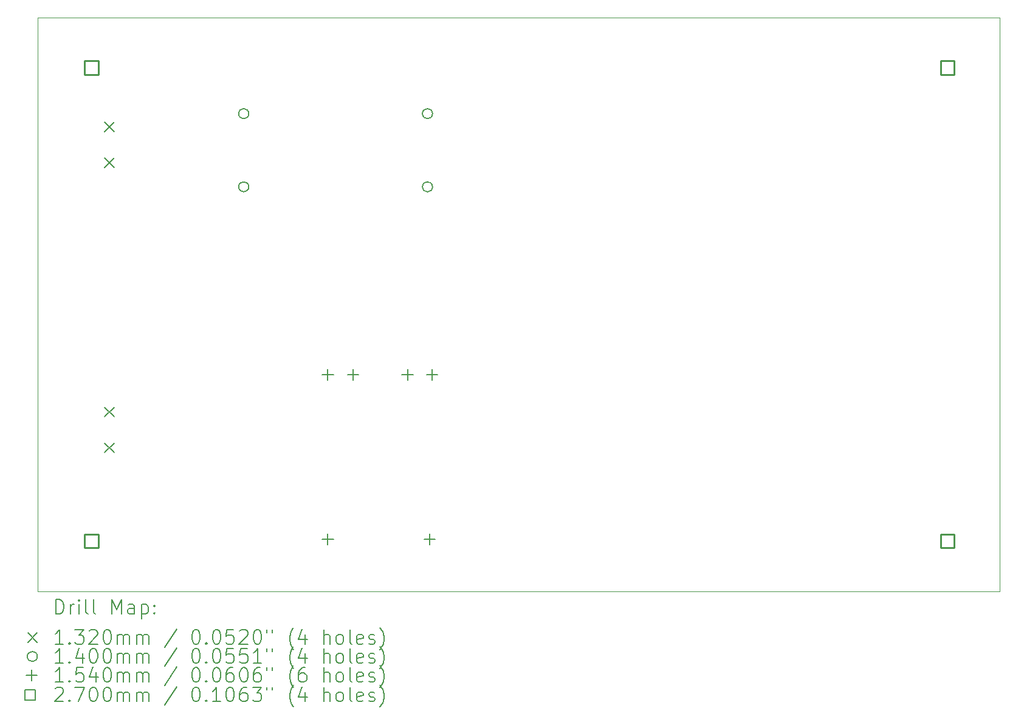
<source format=gbr>
%TF.GenerationSoftware,KiCad,Pcbnew,(6.0.8)*%
%TF.CreationDate,2022-10-31T04:01:03-03:00*%
%TF.ProjectId,pwr_mgmt,7077725f-6d67-46d7-942e-6b696361645f,0*%
%TF.SameCoordinates,Original*%
%TF.FileFunction,Drillmap*%
%TF.FilePolarity,Positive*%
%FSLAX45Y45*%
G04 Gerber Fmt 4.5, Leading zero omitted, Abs format (unit mm)*
G04 Created by KiCad (PCBNEW (6.0.8)) date 2022-10-31 04:01:03*
%MOMM*%
%LPD*%
G01*
G04 APERTURE LIST*
%ADD10C,0.100000*%
%ADD11C,0.200000*%
%ADD12C,0.132000*%
%ADD13C,0.140000*%
%ADD14C,0.154000*%
%ADD15C,0.270000*%
G04 APERTURE END LIST*
D10*
X11100000Y-8000000D02*
X24500000Y-8000000D01*
X24500000Y-8000000D02*
X24500000Y-16000000D01*
X24500000Y-16000000D02*
X11100000Y-16000000D01*
X11100000Y-16000000D02*
X11100000Y-8000000D01*
D11*
D12*
X12034000Y-9457500D02*
X12166000Y-9589500D01*
X12166000Y-9457500D02*
X12034000Y-9589500D01*
X12034000Y-9957500D02*
X12166000Y-10089500D01*
X12166000Y-9957500D02*
X12034000Y-10089500D01*
X12034000Y-13434000D02*
X12166000Y-13566000D01*
X12166000Y-13434000D02*
X12034000Y-13566000D01*
X12034000Y-13934000D02*
X12166000Y-14066000D01*
X12166000Y-13934000D02*
X12034000Y-14066000D01*
D13*
X14040000Y-9340000D02*
G75*
G03*
X14040000Y-9340000I-70000J0D01*
G01*
X14040000Y-10360000D02*
G75*
G03*
X14040000Y-10360000I-70000J0D01*
G01*
X16600000Y-9340000D02*
G75*
G03*
X16600000Y-9340000I-70000J0D01*
G01*
X16600000Y-10360000D02*
G75*
G03*
X16600000Y-10360000I-70000J0D01*
G01*
D14*
X15141550Y-12904750D02*
X15141550Y-13058750D01*
X15064550Y-12981750D02*
X15218550Y-12981750D01*
X15141550Y-15194750D02*
X15141550Y-15348750D01*
X15064550Y-15271750D02*
X15218550Y-15271750D01*
X15491550Y-12904750D02*
X15491550Y-13058750D01*
X15414550Y-12981750D02*
X15568550Y-12981750D01*
X16251550Y-12904750D02*
X16251550Y-13058750D01*
X16174550Y-12981750D02*
X16328550Y-12981750D01*
X16561550Y-15194750D02*
X16561550Y-15348750D01*
X16484550Y-15271750D02*
X16638550Y-15271750D01*
X16591550Y-12904750D02*
X16591550Y-13058750D01*
X16514550Y-12981750D02*
X16668550Y-12981750D01*
D15*
X11945460Y-8795460D02*
X11945460Y-8604540D01*
X11754540Y-8604540D01*
X11754540Y-8795460D01*
X11945460Y-8795460D01*
X11945460Y-15395460D02*
X11945460Y-15204540D01*
X11754540Y-15204540D01*
X11754540Y-15395460D01*
X11945460Y-15395460D01*
X23870460Y-8795460D02*
X23870460Y-8604540D01*
X23679540Y-8604540D01*
X23679540Y-8795460D01*
X23870460Y-8795460D01*
X23870460Y-15395460D02*
X23870460Y-15204540D01*
X23679540Y-15204540D01*
X23679540Y-15395460D01*
X23870460Y-15395460D01*
D11*
X11352619Y-16315476D02*
X11352619Y-16115476D01*
X11400238Y-16115476D01*
X11428809Y-16125000D01*
X11447857Y-16144048D01*
X11457381Y-16163095D01*
X11466905Y-16201190D01*
X11466905Y-16229762D01*
X11457381Y-16267857D01*
X11447857Y-16286905D01*
X11428809Y-16305952D01*
X11400238Y-16315476D01*
X11352619Y-16315476D01*
X11552619Y-16315476D02*
X11552619Y-16182143D01*
X11552619Y-16220238D02*
X11562143Y-16201190D01*
X11571667Y-16191667D01*
X11590714Y-16182143D01*
X11609762Y-16182143D01*
X11676428Y-16315476D02*
X11676428Y-16182143D01*
X11676428Y-16115476D02*
X11666905Y-16125000D01*
X11676428Y-16134524D01*
X11685952Y-16125000D01*
X11676428Y-16115476D01*
X11676428Y-16134524D01*
X11800238Y-16315476D02*
X11781190Y-16305952D01*
X11771667Y-16286905D01*
X11771667Y-16115476D01*
X11905000Y-16315476D02*
X11885952Y-16305952D01*
X11876428Y-16286905D01*
X11876428Y-16115476D01*
X12133571Y-16315476D02*
X12133571Y-16115476D01*
X12200238Y-16258333D01*
X12266905Y-16115476D01*
X12266905Y-16315476D01*
X12447857Y-16315476D02*
X12447857Y-16210714D01*
X12438333Y-16191667D01*
X12419286Y-16182143D01*
X12381190Y-16182143D01*
X12362143Y-16191667D01*
X12447857Y-16305952D02*
X12428809Y-16315476D01*
X12381190Y-16315476D01*
X12362143Y-16305952D01*
X12352619Y-16286905D01*
X12352619Y-16267857D01*
X12362143Y-16248809D01*
X12381190Y-16239286D01*
X12428809Y-16239286D01*
X12447857Y-16229762D01*
X12543095Y-16182143D02*
X12543095Y-16382143D01*
X12543095Y-16191667D02*
X12562143Y-16182143D01*
X12600238Y-16182143D01*
X12619286Y-16191667D01*
X12628809Y-16201190D01*
X12638333Y-16220238D01*
X12638333Y-16277381D01*
X12628809Y-16296428D01*
X12619286Y-16305952D01*
X12600238Y-16315476D01*
X12562143Y-16315476D01*
X12543095Y-16305952D01*
X12724048Y-16296428D02*
X12733571Y-16305952D01*
X12724048Y-16315476D01*
X12714524Y-16305952D01*
X12724048Y-16296428D01*
X12724048Y-16315476D01*
X12724048Y-16191667D02*
X12733571Y-16201190D01*
X12724048Y-16210714D01*
X12714524Y-16201190D01*
X12724048Y-16191667D01*
X12724048Y-16210714D01*
D12*
X10963000Y-16579000D02*
X11095000Y-16711000D01*
X11095000Y-16579000D02*
X10963000Y-16711000D01*
D11*
X11457381Y-16735476D02*
X11343095Y-16735476D01*
X11400238Y-16735476D02*
X11400238Y-16535476D01*
X11381190Y-16564048D01*
X11362143Y-16583095D01*
X11343095Y-16592619D01*
X11543095Y-16716428D02*
X11552619Y-16725952D01*
X11543095Y-16735476D01*
X11533571Y-16725952D01*
X11543095Y-16716428D01*
X11543095Y-16735476D01*
X11619286Y-16535476D02*
X11743095Y-16535476D01*
X11676428Y-16611667D01*
X11705000Y-16611667D01*
X11724048Y-16621190D01*
X11733571Y-16630714D01*
X11743095Y-16649762D01*
X11743095Y-16697381D01*
X11733571Y-16716428D01*
X11724048Y-16725952D01*
X11705000Y-16735476D01*
X11647857Y-16735476D01*
X11628809Y-16725952D01*
X11619286Y-16716428D01*
X11819286Y-16554524D02*
X11828809Y-16545000D01*
X11847857Y-16535476D01*
X11895476Y-16535476D01*
X11914524Y-16545000D01*
X11924048Y-16554524D01*
X11933571Y-16573571D01*
X11933571Y-16592619D01*
X11924048Y-16621190D01*
X11809762Y-16735476D01*
X11933571Y-16735476D01*
X12057381Y-16535476D02*
X12076428Y-16535476D01*
X12095476Y-16545000D01*
X12105000Y-16554524D01*
X12114524Y-16573571D01*
X12124048Y-16611667D01*
X12124048Y-16659286D01*
X12114524Y-16697381D01*
X12105000Y-16716428D01*
X12095476Y-16725952D01*
X12076428Y-16735476D01*
X12057381Y-16735476D01*
X12038333Y-16725952D01*
X12028809Y-16716428D01*
X12019286Y-16697381D01*
X12009762Y-16659286D01*
X12009762Y-16611667D01*
X12019286Y-16573571D01*
X12028809Y-16554524D01*
X12038333Y-16545000D01*
X12057381Y-16535476D01*
X12209762Y-16735476D02*
X12209762Y-16602143D01*
X12209762Y-16621190D02*
X12219286Y-16611667D01*
X12238333Y-16602143D01*
X12266905Y-16602143D01*
X12285952Y-16611667D01*
X12295476Y-16630714D01*
X12295476Y-16735476D01*
X12295476Y-16630714D02*
X12305000Y-16611667D01*
X12324048Y-16602143D01*
X12352619Y-16602143D01*
X12371667Y-16611667D01*
X12381190Y-16630714D01*
X12381190Y-16735476D01*
X12476428Y-16735476D02*
X12476428Y-16602143D01*
X12476428Y-16621190D02*
X12485952Y-16611667D01*
X12505000Y-16602143D01*
X12533571Y-16602143D01*
X12552619Y-16611667D01*
X12562143Y-16630714D01*
X12562143Y-16735476D01*
X12562143Y-16630714D02*
X12571667Y-16611667D01*
X12590714Y-16602143D01*
X12619286Y-16602143D01*
X12638333Y-16611667D01*
X12647857Y-16630714D01*
X12647857Y-16735476D01*
X13038333Y-16525952D02*
X12866905Y-16783095D01*
X13295476Y-16535476D02*
X13314524Y-16535476D01*
X13333571Y-16545000D01*
X13343095Y-16554524D01*
X13352619Y-16573571D01*
X13362143Y-16611667D01*
X13362143Y-16659286D01*
X13352619Y-16697381D01*
X13343095Y-16716428D01*
X13333571Y-16725952D01*
X13314524Y-16735476D01*
X13295476Y-16735476D01*
X13276428Y-16725952D01*
X13266905Y-16716428D01*
X13257381Y-16697381D01*
X13247857Y-16659286D01*
X13247857Y-16611667D01*
X13257381Y-16573571D01*
X13266905Y-16554524D01*
X13276428Y-16545000D01*
X13295476Y-16535476D01*
X13447857Y-16716428D02*
X13457381Y-16725952D01*
X13447857Y-16735476D01*
X13438333Y-16725952D01*
X13447857Y-16716428D01*
X13447857Y-16735476D01*
X13581190Y-16535476D02*
X13600238Y-16535476D01*
X13619286Y-16545000D01*
X13628809Y-16554524D01*
X13638333Y-16573571D01*
X13647857Y-16611667D01*
X13647857Y-16659286D01*
X13638333Y-16697381D01*
X13628809Y-16716428D01*
X13619286Y-16725952D01*
X13600238Y-16735476D01*
X13581190Y-16735476D01*
X13562143Y-16725952D01*
X13552619Y-16716428D01*
X13543095Y-16697381D01*
X13533571Y-16659286D01*
X13533571Y-16611667D01*
X13543095Y-16573571D01*
X13552619Y-16554524D01*
X13562143Y-16545000D01*
X13581190Y-16535476D01*
X13828809Y-16535476D02*
X13733571Y-16535476D01*
X13724048Y-16630714D01*
X13733571Y-16621190D01*
X13752619Y-16611667D01*
X13800238Y-16611667D01*
X13819286Y-16621190D01*
X13828809Y-16630714D01*
X13838333Y-16649762D01*
X13838333Y-16697381D01*
X13828809Y-16716428D01*
X13819286Y-16725952D01*
X13800238Y-16735476D01*
X13752619Y-16735476D01*
X13733571Y-16725952D01*
X13724048Y-16716428D01*
X13914524Y-16554524D02*
X13924048Y-16545000D01*
X13943095Y-16535476D01*
X13990714Y-16535476D01*
X14009762Y-16545000D01*
X14019286Y-16554524D01*
X14028809Y-16573571D01*
X14028809Y-16592619D01*
X14019286Y-16621190D01*
X13905000Y-16735476D01*
X14028809Y-16735476D01*
X14152619Y-16535476D02*
X14171667Y-16535476D01*
X14190714Y-16545000D01*
X14200238Y-16554524D01*
X14209762Y-16573571D01*
X14219286Y-16611667D01*
X14219286Y-16659286D01*
X14209762Y-16697381D01*
X14200238Y-16716428D01*
X14190714Y-16725952D01*
X14171667Y-16735476D01*
X14152619Y-16735476D01*
X14133571Y-16725952D01*
X14124048Y-16716428D01*
X14114524Y-16697381D01*
X14105000Y-16659286D01*
X14105000Y-16611667D01*
X14114524Y-16573571D01*
X14124048Y-16554524D01*
X14133571Y-16545000D01*
X14152619Y-16535476D01*
X14295476Y-16535476D02*
X14295476Y-16573571D01*
X14371667Y-16535476D02*
X14371667Y-16573571D01*
X14666905Y-16811667D02*
X14657381Y-16802143D01*
X14638333Y-16773571D01*
X14628809Y-16754524D01*
X14619286Y-16725952D01*
X14609762Y-16678333D01*
X14609762Y-16640238D01*
X14619286Y-16592619D01*
X14628809Y-16564048D01*
X14638333Y-16545000D01*
X14657381Y-16516428D01*
X14666905Y-16506905D01*
X14828809Y-16602143D02*
X14828809Y-16735476D01*
X14781190Y-16525952D02*
X14733571Y-16668809D01*
X14857381Y-16668809D01*
X15085952Y-16735476D02*
X15085952Y-16535476D01*
X15171667Y-16735476D02*
X15171667Y-16630714D01*
X15162143Y-16611667D01*
X15143095Y-16602143D01*
X15114524Y-16602143D01*
X15095476Y-16611667D01*
X15085952Y-16621190D01*
X15295476Y-16735476D02*
X15276428Y-16725952D01*
X15266905Y-16716428D01*
X15257381Y-16697381D01*
X15257381Y-16640238D01*
X15266905Y-16621190D01*
X15276428Y-16611667D01*
X15295476Y-16602143D01*
X15324048Y-16602143D01*
X15343095Y-16611667D01*
X15352619Y-16621190D01*
X15362143Y-16640238D01*
X15362143Y-16697381D01*
X15352619Y-16716428D01*
X15343095Y-16725952D01*
X15324048Y-16735476D01*
X15295476Y-16735476D01*
X15476428Y-16735476D02*
X15457381Y-16725952D01*
X15447857Y-16706905D01*
X15447857Y-16535476D01*
X15628809Y-16725952D02*
X15609762Y-16735476D01*
X15571667Y-16735476D01*
X15552619Y-16725952D01*
X15543095Y-16706905D01*
X15543095Y-16630714D01*
X15552619Y-16611667D01*
X15571667Y-16602143D01*
X15609762Y-16602143D01*
X15628809Y-16611667D01*
X15638333Y-16630714D01*
X15638333Y-16649762D01*
X15543095Y-16668809D01*
X15714524Y-16725952D02*
X15733571Y-16735476D01*
X15771667Y-16735476D01*
X15790714Y-16725952D01*
X15800238Y-16706905D01*
X15800238Y-16697381D01*
X15790714Y-16678333D01*
X15771667Y-16668809D01*
X15743095Y-16668809D01*
X15724048Y-16659286D01*
X15714524Y-16640238D01*
X15714524Y-16630714D01*
X15724048Y-16611667D01*
X15743095Y-16602143D01*
X15771667Y-16602143D01*
X15790714Y-16611667D01*
X15866905Y-16811667D02*
X15876428Y-16802143D01*
X15895476Y-16773571D01*
X15905000Y-16754524D01*
X15914524Y-16725952D01*
X15924048Y-16678333D01*
X15924048Y-16640238D01*
X15914524Y-16592619D01*
X15905000Y-16564048D01*
X15895476Y-16545000D01*
X15876428Y-16516428D01*
X15866905Y-16506905D01*
D13*
X11095000Y-16909000D02*
G75*
G03*
X11095000Y-16909000I-70000J0D01*
G01*
D11*
X11457381Y-16999476D02*
X11343095Y-16999476D01*
X11400238Y-16999476D02*
X11400238Y-16799476D01*
X11381190Y-16828048D01*
X11362143Y-16847095D01*
X11343095Y-16856619D01*
X11543095Y-16980429D02*
X11552619Y-16989952D01*
X11543095Y-16999476D01*
X11533571Y-16989952D01*
X11543095Y-16980429D01*
X11543095Y-16999476D01*
X11724048Y-16866143D02*
X11724048Y-16999476D01*
X11676428Y-16789952D02*
X11628809Y-16932810D01*
X11752619Y-16932810D01*
X11866905Y-16799476D02*
X11885952Y-16799476D01*
X11905000Y-16809000D01*
X11914524Y-16818524D01*
X11924048Y-16837571D01*
X11933571Y-16875667D01*
X11933571Y-16923286D01*
X11924048Y-16961381D01*
X11914524Y-16980429D01*
X11905000Y-16989952D01*
X11885952Y-16999476D01*
X11866905Y-16999476D01*
X11847857Y-16989952D01*
X11838333Y-16980429D01*
X11828809Y-16961381D01*
X11819286Y-16923286D01*
X11819286Y-16875667D01*
X11828809Y-16837571D01*
X11838333Y-16818524D01*
X11847857Y-16809000D01*
X11866905Y-16799476D01*
X12057381Y-16799476D02*
X12076428Y-16799476D01*
X12095476Y-16809000D01*
X12105000Y-16818524D01*
X12114524Y-16837571D01*
X12124048Y-16875667D01*
X12124048Y-16923286D01*
X12114524Y-16961381D01*
X12105000Y-16980429D01*
X12095476Y-16989952D01*
X12076428Y-16999476D01*
X12057381Y-16999476D01*
X12038333Y-16989952D01*
X12028809Y-16980429D01*
X12019286Y-16961381D01*
X12009762Y-16923286D01*
X12009762Y-16875667D01*
X12019286Y-16837571D01*
X12028809Y-16818524D01*
X12038333Y-16809000D01*
X12057381Y-16799476D01*
X12209762Y-16999476D02*
X12209762Y-16866143D01*
X12209762Y-16885190D02*
X12219286Y-16875667D01*
X12238333Y-16866143D01*
X12266905Y-16866143D01*
X12285952Y-16875667D01*
X12295476Y-16894714D01*
X12295476Y-16999476D01*
X12295476Y-16894714D02*
X12305000Y-16875667D01*
X12324048Y-16866143D01*
X12352619Y-16866143D01*
X12371667Y-16875667D01*
X12381190Y-16894714D01*
X12381190Y-16999476D01*
X12476428Y-16999476D02*
X12476428Y-16866143D01*
X12476428Y-16885190D02*
X12485952Y-16875667D01*
X12505000Y-16866143D01*
X12533571Y-16866143D01*
X12552619Y-16875667D01*
X12562143Y-16894714D01*
X12562143Y-16999476D01*
X12562143Y-16894714D02*
X12571667Y-16875667D01*
X12590714Y-16866143D01*
X12619286Y-16866143D01*
X12638333Y-16875667D01*
X12647857Y-16894714D01*
X12647857Y-16999476D01*
X13038333Y-16789952D02*
X12866905Y-17047095D01*
X13295476Y-16799476D02*
X13314524Y-16799476D01*
X13333571Y-16809000D01*
X13343095Y-16818524D01*
X13352619Y-16837571D01*
X13362143Y-16875667D01*
X13362143Y-16923286D01*
X13352619Y-16961381D01*
X13343095Y-16980429D01*
X13333571Y-16989952D01*
X13314524Y-16999476D01*
X13295476Y-16999476D01*
X13276428Y-16989952D01*
X13266905Y-16980429D01*
X13257381Y-16961381D01*
X13247857Y-16923286D01*
X13247857Y-16875667D01*
X13257381Y-16837571D01*
X13266905Y-16818524D01*
X13276428Y-16809000D01*
X13295476Y-16799476D01*
X13447857Y-16980429D02*
X13457381Y-16989952D01*
X13447857Y-16999476D01*
X13438333Y-16989952D01*
X13447857Y-16980429D01*
X13447857Y-16999476D01*
X13581190Y-16799476D02*
X13600238Y-16799476D01*
X13619286Y-16809000D01*
X13628809Y-16818524D01*
X13638333Y-16837571D01*
X13647857Y-16875667D01*
X13647857Y-16923286D01*
X13638333Y-16961381D01*
X13628809Y-16980429D01*
X13619286Y-16989952D01*
X13600238Y-16999476D01*
X13581190Y-16999476D01*
X13562143Y-16989952D01*
X13552619Y-16980429D01*
X13543095Y-16961381D01*
X13533571Y-16923286D01*
X13533571Y-16875667D01*
X13543095Y-16837571D01*
X13552619Y-16818524D01*
X13562143Y-16809000D01*
X13581190Y-16799476D01*
X13828809Y-16799476D02*
X13733571Y-16799476D01*
X13724048Y-16894714D01*
X13733571Y-16885190D01*
X13752619Y-16875667D01*
X13800238Y-16875667D01*
X13819286Y-16885190D01*
X13828809Y-16894714D01*
X13838333Y-16913762D01*
X13838333Y-16961381D01*
X13828809Y-16980429D01*
X13819286Y-16989952D01*
X13800238Y-16999476D01*
X13752619Y-16999476D01*
X13733571Y-16989952D01*
X13724048Y-16980429D01*
X14019286Y-16799476D02*
X13924048Y-16799476D01*
X13914524Y-16894714D01*
X13924048Y-16885190D01*
X13943095Y-16875667D01*
X13990714Y-16875667D01*
X14009762Y-16885190D01*
X14019286Y-16894714D01*
X14028809Y-16913762D01*
X14028809Y-16961381D01*
X14019286Y-16980429D01*
X14009762Y-16989952D01*
X13990714Y-16999476D01*
X13943095Y-16999476D01*
X13924048Y-16989952D01*
X13914524Y-16980429D01*
X14219286Y-16999476D02*
X14105000Y-16999476D01*
X14162143Y-16999476D02*
X14162143Y-16799476D01*
X14143095Y-16828048D01*
X14124048Y-16847095D01*
X14105000Y-16856619D01*
X14295476Y-16799476D02*
X14295476Y-16837571D01*
X14371667Y-16799476D02*
X14371667Y-16837571D01*
X14666905Y-17075667D02*
X14657381Y-17066143D01*
X14638333Y-17037571D01*
X14628809Y-17018524D01*
X14619286Y-16989952D01*
X14609762Y-16942333D01*
X14609762Y-16904238D01*
X14619286Y-16856619D01*
X14628809Y-16828048D01*
X14638333Y-16809000D01*
X14657381Y-16780429D01*
X14666905Y-16770905D01*
X14828809Y-16866143D02*
X14828809Y-16999476D01*
X14781190Y-16789952D02*
X14733571Y-16932810D01*
X14857381Y-16932810D01*
X15085952Y-16999476D02*
X15085952Y-16799476D01*
X15171667Y-16999476D02*
X15171667Y-16894714D01*
X15162143Y-16875667D01*
X15143095Y-16866143D01*
X15114524Y-16866143D01*
X15095476Y-16875667D01*
X15085952Y-16885190D01*
X15295476Y-16999476D02*
X15276428Y-16989952D01*
X15266905Y-16980429D01*
X15257381Y-16961381D01*
X15257381Y-16904238D01*
X15266905Y-16885190D01*
X15276428Y-16875667D01*
X15295476Y-16866143D01*
X15324048Y-16866143D01*
X15343095Y-16875667D01*
X15352619Y-16885190D01*
X15362143Y-16904238D01*
X15362143Y-16961381D01*
X15352619Y-16980429D01*
X15343095Y-16989952D01*
X15324048Y-16999476D01*
X15295476Y-16999476D01*
X15476428Y-16999476D02*
X15457381Y-16989952D01*
X15447857Y-16970905D01*
X15447857Y-16799476D01*
X15628809Y-16989952D02*
X15609762Y-16999476D01*
X15571667Y-16999476D01*
X15552619Y-16989952D01*
X15543095Y-16970905D01*
X15543095Y-16894714D01*
X15552619Y-16875667D01*
X15571667Y-16866143D01*
X15609762Y-16866143D01*
X15628809Y-16875667D01*
X15638333Y-16894714D01*
X15638333Y-16913762D01*
X15543095Y-16932810D01*
X15714524Y-16989952D02*
X15733571Y-16999476D01*
X15771667Y-16999476D01*
X15790714Y-16989952D01*
X15800238Y-16970905D01*
X15800238Y-16961381D01*
X15790714Y-16942333D01*
X15771667Y-16932810D01*
X15743095Y-16932810D01*
X15724048Y-16923286D01*
X15714524Y-16904238D01*
X15714524Y-16894714D01*
X15724048Y-16875667D01*
X15743095Y-16866143D01*
X15771667Y-16866143D01*
X15790714Y-16875667D01*
X15866905Y-17075667D02*
X15876428Y-17066143D01*
X15895476Y-17037571D01*
X15905000Y-17018524D01*
X15914524Y-16989952D01*
X15924048Y-16942333D01*
X15924048Y-16904238D01*
X15914524Y-16856619D01*
X15905000Y-16828048D01*
X15895476Y-16809000D01*
X15876428Y-16780429D01*
X15866905Y-16770905D01*
D14*
X11018000Y-17096000D02*
X11018000Y-17250000D01*
X10941000Y-17173000D02*
X11095000Y-17173000D01*
D11*
X11457381Y-17263476D02*
X11343095Y-17263476D01*
X11400238Y-17263476D02*
X11400238Y-17063476D01*
X11381190Y-17092048D01*
X11362143Y-17111095D01*
X11343095Y-17120619D01*
X11543095Y-17244429D02*
X11552619Y-17253952D01*
X11543095Y-17263476D01*
X11533571Y-17253952D01*
X11543095Y-17244429D01*
X11543095Y-17263476D01*
X11733571Y-17063476D02*
X11638333Y-17063476D01*
X11628809Y-17158714D01*
X11638333Y-17149190D01*
X11657381Y-17139667D01*
X11705000Y-17139667D01*
X11724048Y-17149190D01*
X11733571Y-17158714D01*
X11743095Y-17177762D01*
X11743095Y-17225381D01*
X11733571Y-17244429D01*
X11724048Y-17253952D01*
X11705000Y-17263476D01*
X11657381Y-17263476D01*
X11638333Y-17253952D01*
X11628809Y-17244429D01*
X11914524Y-17130143D02*
X11914524Y-17263476D01*
X11866905Y-17053952D02*
X11819286Y-17196810D01*
X11943095Y-17196810D01*
X12057381Y-17063476D02*
X12076428Y-17063476D01*
X12095476Y-17073000D01*
X12105000Y-17082524D01*
X12114524Y-17101571D01*
X12124048Y-17139667D01*
X12124048Y-17187286D01*
X12114524Y-17225381D01*
X12105000Y-17244429D01*
X12095476Y-17253952D01*
X12076428Y-17263476D01*
X12057381Y-17263476D01*
X12038333Y-17253952D01*
X12028809Y-17244429D01*
X12019286Y-17225381D01*
X12009762Y-17187286D01*
X12009762Y-17139667D01*
X12019286Y-17101571D01*
X12028809Y-17082524D01*
X12038333Y-17073000D01*
X12057381Y-17063476D01*
X12209762Y-17263476D02*
X12209762Y-17130143D01*
X12209762Y-17149190D02*
X12219286Y-17139667D01*
X12238333Y-17130143D01*
X12266905Y-17130143D01*
X12285952Y-17139667D01*
X12295476Y-17158714D01*
X12295476Y-17263476D01*
X12295476Y-17158714D02*
X12305000Y-17139667D01*
X12324048Y-17130143D01*
X12352619Y-17130143D01*
X12371667Y-17139667D01*
X12381190Y-17158714D01*
X12381190Y-17263476D01*
X12476428Y-17263476D02*
X12476428Y-17130143D01*
X12476428Y-17149190D02*
X12485952Y-17139667D01*
X12505000Y-17130143D01*
X12533571Y-17130143D01*
X12552619Y-17139667D01*
X12562143Y-17158714D01*
X12562143Y-17263476D01*
X12562143Y-17158714D02*
X12571667Y-17139667D01*
X12590714Y-17130143D01*
X12619286Y-17130143D01*
X12638333Y-17139667D01*
X12647857Y-17158714D01*
X12647857Y-17263476D01*
X13038333Y-17053952D02*
X12866905Y-17311095D01*
X13295476Y-17063476D02*
X13314524Y-17063476D01*
X13333571Y-17073000D01*
X13343095Y-17082524D01*
X13352619Y-17101571D01*
X13362143Y-17139667D01*
X13362143Y-17187286D01*
X13352619Y-17225381D01*
X13343095Y-17244429D01*
X13333571Y-17253952D01*
X13314524Y-17263476D01*
X13295476Y-17263476D01*
X13276428Y-17253952D01*
X13266905Y-17244429D01*
X13257381Y-17225381D01*
X13247857Y-17187286D01*
X13247857Y-17139667D01*
X13257381Y-17101571D01*
X13266905Y-17082524D01*
X13276428Y-17073000D01*
X13295476Y-17063476D01*
X13447857Y-17244429D02*
X13457381Y-17253952D01*
X13447857Y-17263476D01*
X13438333Y-17253952D01*
X13447857Y-17244429D01*
X13447857Y-17263476D01*
X13581190Y-17063476D02*
X13600238Y-17063476D01*
X13619286Y-17073000D01*
X13628809Y-17082524D01*
X13638333Y-17101571D01*
X13647857Y-17139667D01*
X13647857Y-17187286D01*
X13638333Y-17225381D01*
X13628809Y-17244429D01*
X13619286Y-17253952D01*
X13600238Y-17263476D01*
X13581190Y-17263476D01*
X13562143Y-17253952D01*
X13552619Y-17244429D01*
X13543095Y-17225381D01*
X13533571Y-17187286D01*
X13533571Y-17139667D01*
X13543095Y-17101571D01*
X13552619Y-17082524D01*
X13562143Y-17073000D01*
X13581190Y-17063476D01*
X13819286Y-17063476D02*
X13781190Y-17063476D01*
X13762143Y-17073000D01*
X13752619Y-17082524D01*
X13733571Y-17111095D01*
X13724048Y-17149190D01*
X13724048Y-17225381D01*
X13733571Y-17244429D01*
X13743095Y-17253952D01*
X13762143Y-17263476D01*
X13800238Y-17263476D01*
X13819286Y-17253952D01*
X13828809Y-17244429D01*
X13838333Y-17225381D01*
X13838333Y-17177762D01*
X13828809Y-17158714D01*
X13819286Y-17149190D01*
X13800238Y-17139667D01*
X13762143Y-17139667D01*
X13743095Y-17149190D01*
X13733571Y-17158714D01*
X13724048Y-17177762D01*
X13962143Y-17063476D02*
X13981190Y-17063476D01*
X14000238Y-17073000D01*
X14009762Y-17082524D01*
X14019286Y-17101571D01*
X14028809Y-17139667D01*
X14028809Y-17187286D01*
X14019286Y-17225381D01*
X14009762Y-17244429D01*
X14000238Y-17253952D01*
X13981190Y-17263476D01*
X13962143Y-17263476D01*
X13943095Y-17253952D01*
X13933571Y-17244429D01*
X13924048Y-17225381D01*
X13914524Y-17187286D01*
X13914524Y-17139667D01*
X13924048Y-17101571D01*
X13933571Y-17082524D01*
X13943095Y-17073000D01*
X13962143Y-17063476D01*
X14200238Y-17063476D02*
X14162143Y-17063476D01*
X14143095Y-17073000D01*
X14133571Y-17082524D01*
X14114524Y-17111095D01*
X14105000Y-17149190D01*
X14105000Y-17225381D01*
X14114524Y-17244429D01*
X14124048Y-17253952D01*
X14143095Y-17263476D01*
X14181190Y-17263476D01*
X14200238Y-17253952D01*
X14209762Y-17244429D01*
X14219286Y-17225381D01*
X14219286Y-17177762D01*
X14209762Y-17158714D01*
X14200238Y-17149190D01*
X14181190Y-17139667D01*
X14143095Y-17139667D01*
X14124048Y-17149190D01*
X14114524Y-17158714D01*
X14105000Y-17177762D01*
X14295476Y-17063476D02*
X14295476Y-17101571D01*
X14371667Y-17063476D02*
X14371667Y-17101571D01*
X14666905Y-17339667D02*
X14657381Y-17330143D01*
X14638333Y-17301571D01*
X14628809Y-17282524D01*
X14619286Y-17253952D01*
X14609762Y-17206333D01*
X14609762Y-17168238D01*
X14619286Y-17120619D01*
X14628809Y-17092048D01*
X14638333Y-17073000D01*
X14657381Y-17044429D01*
X14666905Y-17034905D01*
X14828809Y-17063476D02*
X14790714Y-17063476D01*
X14771667Y-17073000D01*
X14762143Y-17082524D01*
X14743095Y-17111095D01*
X14733571Y-17149190D01*
X14733571Y-17225381D01*
X14743095Y-17244429D01*
X14752619Y-17253952D01*
X14771667Y-17263476D01*
X14809762Y-17263476D01*
X14828809Y-17253952D01*
X14838333Y-17244429D01*
X14847857Y-17225381D01*
X14847857Y-17177762D01*
X14838333Y-17158714D01*
X14828809Y-17149190D01*
X14809762Y-17139667D01*
X14771667Y-17139667D01*
X14752619Y-17149190D01*
X14743095Y-17158714D01*
X14733571Y-17177762D01*
X15085952Y-17263476D02*
X15085952Y-17063476D01*
X15171667Y-17263476D02*
X15171667Y-17158714D01*
X15162143Y-17139667D01*
X15143095Y-17130143D01*
X15114524Y-17130143D01*
X15095476Y-17139667D01*
X15085952Y-17149190D01*
X15295476Y-17263476D02*
X15276428Y-17253952D01*
X15266905Y-17244429D01*
X15257381Y-17225381D01*
X15257381Y-17168238D01*
X15266905Y-17149190D01*
X15276428Y-17139667D01*
X15295476Y-17130143D01*
X15324048Y-17130143D01*
X15343095Y-17139667D01*
X15352619Y-17149190D01*
X15362143Y-17168238D01*
X15362143Y-17225381D01*
X15352619Y-17244429D01*
X15343095Y-17253952D01*
X15324048Y-17263476D01*
X15295476Y-17263476D01*
X15476428Y-17263476D02*
X15457381Y-17253952D01*
X15447857Y-17234905D01*
X15447857Y-17063476D01*
X15628809Y-17253952D02*
X15609762Y-17263476D01*
X15571667Y-17263476D01*
X15552619Y-17253952D01*
X15543095Y-17234905D01*
X15543095Y-17158714D01*
X15552619Y-17139667D01*
X15571667Y-17130143D01*
X15609762Y-17130143D01*
X15628809Y-17139667D01*
X15638333Y-17158714D01*
X15638333Y-17177762D01*
X15543095Y-17196810D01*
X15714524Y-17253952D02*
X15733571Y-17263476D01*
X15771667Y-17263476D01*
X15790714Y-17253952D01*
X15800238Y-17234905D01*
X15800238Y-17225381D01*
X15790714Y-17206333D01*
X15771667Y-17196810D01*
X15743095Y-17196810D01*
X15724048Y-17187286D01*
X15714524Y-17168238D01*
X15714524Y-17158714D01*
X15724048Y-17139667D01*
X15743095Y-17130143D01*
X15771667Y-17130143D01*
X15790714Y-17139667D01*
X15866905Y-17339667D02*
X15876428Y-17330143D01*
X15895476Y-17301571D01*
X15905000Y-17282524D01*
X15914524Y-17253952D01*
X15924048Y-17206333D01*
X15924048Y-17168238D01*
X15914524Y-17120619D01*
X15905000Y-17092048D01*
X15895476Y-17073000D01*
X15876428Y-17044429D01*
X15866905Y-17034905D01*
X11065711Y-17517711D02*
X11065711Y-17376289D01*
X10924289Y-17376289D01*
X10924289Y-17517711D01*
X11065711Y-17517711D01*
X11343095Y-17356524D02*
X11352619Y-17347000D01*
X11371667Y-17337476D01*
X11419286Y-17337476D01*
X11438333Y-17347000D01*
X11447857Y-17356524D01*
X11457381Y-17375571D01*
X11457381Y-17394619D01*
X11447857Y-17423190D01*
X11333571Y-17537476D01*
X11457381Y-17537476D01*
X11543095Y-17518429D02*
X11552619Y-17527952D01*
X11543095Y-17537476D01*
X11533571Y-17527952D01*
X11543095Y-17518429D01*
X11543095Y-17537476D01*
X11619286Y-17337476D02*
X11752619Y-17337476D01*
X11666905Y-17537476D01*
X11866905Y-17337476D02*
X11885952Y-17337476D01*
X11905000Y-17347000D01*
X11914524Y-17356524D01*
X11924048Y-17375571D01*
X11933571Y-17413667D01*
X11933571Y-17461286D01*
X11924048Y-17499381D01*
X11914524Y-17518429D01*
X11905000Y-17527952D01*
X11885952Y-17537476D01*
X11866905Y-17537476D01*
X11847857Y-17527952D01*
X11838333Y-17518429D01*
X11828809Y-17499381D01*
X11819286Y-17461286D01*
X11819286Y-17413667D01*
X11828809Y-17375571D01*
X11838333Y-17356524D01*
X11847857Y-17347000D01*
X11866905Y-17337476D01*
X12057381Y-17337476D02*
X12076428Y-17337476D01*
X12095476Y-17347000D01*
X12105000Y-17356524D01*
X12114524Y-17375571D01*
X12124048Y-17413667D01*
X12124048Y-17461286D01*
X12114524Y-17499381D01*
X12105000Y-17518429D01*
X12095476Y-17527952D01*
X12076428Y-17537476D01*
X12057381Y-17537476D01*
X12038333Y-17527952D01*
X12028809Y-17518429D01*
X12019286Y-17499381D01*
X12009762Y-17461286D01*
X12009762Y-17413667D01*
X12019286Y-17375571D01*
X12028809Y-17356524D01*
X12038333Y-17347000D01*
X12057381Y-17337476D01*
X12209762Y-17537476D02*
X12209762Y-17404143D01*
X12209762Y-17423190D02*
X12219286Y-17413667D01*
X12238333Y-17404143D01*
X12266905Y-17404143D01*
X12285952Y-17413667D01*
X12295476Y-17432714D01*
X12295476Y-17537476D01*
X12295476Y-17432714D02*
X12305000Y-17413667D01*
X12324048Y-17404143D01*
X12352619Y-17404143D01*
X12371667Y-17413667D01*
X12381190Y-17432714D01*
X12381190Y-17537476D01*
X12476428Y-17537476D02*
X12476428Y-17404143D01*
X12476428Y-17423190D02*
X12485952Y-17413667D01*
X12505000Y-17404143D01*
X12533571Y-17404143D01*
X12552619Y-17413667D01*
X12562143Y-17432714D01*
X12562143Y-17537476D01*
X12562143Y-17432714D02*
X12571667Y-17413667D01*
X12590714Y-17404143D01*
X12619286Y-17404143D01*
X12638333Y-17413667D01*
X12647857Y-17432714D01*
X12647857Y-17537476D01*
X13038333Y-17327952D02*
X12866905Y-17585095D01*
X13295476Y-17337476D02*
X13314524Y-17337476D01*
X13333571Y-17347000D01*
X13343095Y-17356524D01*
X13352619Y-17375571D01*
X13362143Y-17413667D01*
X13362143Y-17461286D01*
X13352619Y-17499381D01*
X13343095Y-17518429D01*
X13333571Y-17527952D01*
X13314524Y-17537476D01*
X13295476Y-17537476D01*
X13276428Y-17527952D01*
X13266905Y-17518429D01*
X13257381Y-17499381D01*
X13247857Y-17461286D01*
X13247857Y-17413667D01*
X13257381Y-17375571D01*
X13266905Y-17356524D01*
X13276428Y-17347000D01*
X13295476Y-17337476D01*
X13447857Y-17518429D02*
X13457381Y-17527952D01*
X13447857Y-17537476D01*
X13438333Y-17527952D01*
X13447857Y-17518429D01*
X13447857Y-17537476D01*
X13647857Y-17537476D02*
X13533571Y-17537476D01*
X13590714Y-17537476D02*
X13590714Y-17337476D01*
X13571667Y-17366048D01*
X13552619Y-17385095D01*
X13533571Y-17394619D01*
X13771667Y-17337476D02*
X13790714Y-17337476D01*
X13809762Y-17347000D01*
X13819286Y-17356524D01*
X13828809Y-17375571D01*
X13838333Y-17413667D01*
X13838333Y-17461286D01*
X13828809Y-17499381D01*
X13819286Y-17518429D01*
X13809762Y-17527952D01*
X13790714Y-17537476D01*
X13771667Y-17537476D01*
X13752619Y-17527952D01*
X13743095Y-17518429D01*
X13733571Y-17499381D01*
X13724048Y-17461286D01*
X13724048Y-17413667D01*
X13733571Y-17375571D01*
X13743095Y-17356524D01*
X13752619Y-17347000D01*
X13771667Y-17337476D01*
X14009762Y-17337476D02*
X13971667Y-17337476D01*
X13952619Y-17347000D01*
X13943095Y-17356524D01*
X13924048Y-17385095D01*
X13914524Y-17423190D01*
X13914524Y-17499381D01*
X13924048Y-17518429D01*
X13933571Y-17527952D01*
X13952619Y-17537476D01*
X13990714Y-17537476D01*
X14009762Y-17527952D01*
X14019286Y-17518429D01*
X14028809Y-17499381D01*
X14028809Y-17451762D01*
X14019286Y-17432714D01*
X14009762Y-17423190D01*
X13990714Y-17413667D01*
X13952619Y-17413667D01*
X13933571Y-17423190D01*
X13924048Y-17432714D01*
X13914524Y-17451762D01*
X14095476Y-17337476D02*
X14219286Y-17337476D01*
X14152619Y-17413667D01*
X14181190Y-17413667D01*
X14200238Y-17423190D01*
X14209762Y-17432714D01*
X14219286Y-17451762D01*
X14219286Y-17499381D01*
X14209762Y-17518429D01*
X14200238Y-17527952D01*
X14181190Y-17537476D01*
X14124048Y-17537476D01*
X14105000Y-17527952D01*
X14095476Y-17518429D01*
X14295476Y-17337476D02*
X14295476Y-17375571D01*
X14371667Y-17337476D02*
X14371667Y-17375571D01*
X14666905Y-17613667D02*
X14657381Y-17604143D01*
X14638333Y-17575571D01*
X14628809Y-17556524D01*
X14619286Y-17527952D01*
X14609762Y-17480333D01*
X14609762Y-17442238D01*
X14619286Y-17394619D01*
X14628809Y-17366048D01*
X14638333Y-17347000D01*
X14657381Y-17318429D01*
X14666905Y-17308905D01*
X14828809Y-17404143D02*
X14828809Y-17537476D01*
X14781190Y-17327952D02*
X14733571Y-17470810D01*
X14857381Y-17470810D01*
X15085952Y-17537476D02*
X15085952Y-17337476D01*
X15171667Y-17537476D02*
X15171667Y-17432714D01*
X15162143Y-17413667D01*
X15143095Y-17404143D01*
X15114524Y-17404143D01*
X15095476Y-17413667D01*
X15085952Y-17423190D01*
X15295476Y-17537476D02*
X15276428Y-17527952D01*
X15266905Y-17518429D01*
X15257381Y-17499381D01*
X15257381Y-17442238D01*
X15266905Y-17423190D01*
X15276428Y-17413667D01*
X15295476Y-17404143D01*
X15324048Y-17404143D01*
X15343095Y-17413667D01*
X15352619Y-17423190D01*
X15362143Y-17442238D01*
X15362143Y-17499381D01*
X15352619Y-17518429D01*
X15343095Y-17527952D01*
X15324048Y-17537476D01*
X15295476Y-17537476D01*
X15476428Y-17537476D02*
X15457381Y-17527952D01*
X15447857Y-17508905D01*
X15447857Y-17337476D01*
X15628809Y-17527952D02*
X15609762Y-17537476D01*
X15571667Y-17537476D01*
X15552619Y-17527952D01*
X15543095Y-17508905D01*
X15543095Y-17432714D01*
X15552619Y-17413667D01*
X15571667Y-17404143D01*
X15609762Y-17404143D01*
X15628809Y-17413667D01*
X15638333Y-17432714D01*
X15638333Y-17451762D01*
X15543095Y-17470810D01*
X15714524Y-17527952D02*
X15733571Y-17537476D01*
X15771667Y-17537476D01*
X15790714Y-17527952D01*
X15800238Y-17508905D01*
X15800238Y-17499381D01*
X15790714Y-17480333D01*
X15771667Y-17470810D01*
X15743095Y-17470810D01*
X15724048Y-17461286D01*
X15714524Y-17442238D01*
X15714524Y-17432714D01*
X15724048Y-17413667D01*
X15743095Y-17404143D01*
X15771667Y-17404143D01*
X15790714Y-17413667D01*
X15866905Y-17613667D02*
X15876428Y-17604143D01*
X15895476Y-17575571D01*
X15905000Y-17556524D01*
X15914524Y-17527952D01*
X15924048Y-17480333D01*
X15924048Y-17442238D01*
X15914524Y-17394619D01*
X15905000Y-17366048D01*
X15895476Y-17347000D01*
X15876428Y-17318429D01*
X15866905Y-17308905D01*
M02*

</source>
